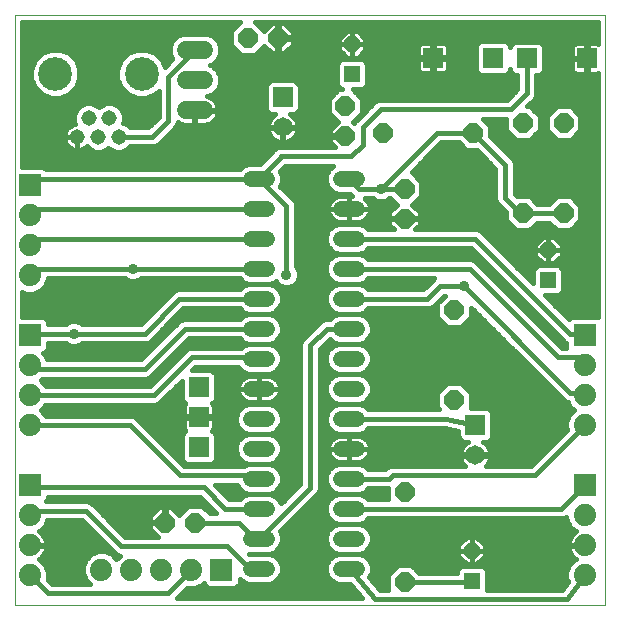
<source format=gbl>
G75*
G70*
%OFA0B0*%
%FSLAX24Y24*%
%IPPOS*%
%LPD*%
%AMOC8*
5,1,8,0,0,1.08239X$1,22.5*
%
%ADD10C,0.0000*%
%ADD11R,0.0740X0.0740*%
%ADD12C,0.0740*%
%ADD13C,0.0515*%
%ADD14C,0.1122*%
%ADD15C,0.0600*%
%ADD16R,0.0650X0.0650*%
%ADD17C,0.0650*%
%ADD18C,0.0520*%
%ADD19OC8,0.0650*%
%ADD20R,0.0650X0.0650*%
%ADD21R,0.0520X0.0520*%
%ADD22OC8,0.0520*%
%ADD23C,0.0160*%
%ADD24C,0.0356*%
%ADD25R,0.0472X0.0472*%
D10*
X000181Y000181D02*
X019866Y000181D01*
X019866Y019866D01*
X000181Y019866D01*
X000181Y000181D01*
D11*
X000681Y004181D03*
X000681Y009181D03*
X000681Y014181D03*
X007071Y001363D03*
X019181Y004181D03*
X019181Y009181D03*
D12*
X019181Y008181D03*
X019181Y007181D03*
X019181Y006181D03*
X019181Y003181D03*
X019181Y002181D03*
X019181Y001181D03*
X006071Y001363D03*
X005071Y001363D03*
X004071Y001363D03*
X003071Y001363D03*
X000681Y001181D03*
X000681Y002181D03*
X000681Y003181D03*
X000681Y006181D03*
X000681Y007181D03*
X000681Y008181D03*
X000681Y011181D03*
X000681Y012181D03*
X000681Y013181D03*
D13*
X002269Y015794D03*
X002969Y015794D03*
X002639Y016414D03*
X003329Y016414D03*
X003639Y015794D03*
D14*
X004406Y017894D03*
X001532Y017894D03*
D15*
X005881Y017681D02*
X006481Y017681D01*
X006481Y016681D02*
X005881Y016681D01*
X005881Y018681D02*
X006481Y018681D01*
D16*
X009107Y017107D03*
X015536Y006193D03*
D17*
X015536Y005193D03*
X009107Y016107D03*
D18*
X008579Y014394D02*
X008059Y014394D01*
X008059Y013394D02*
X008579Y013394D01*
X008579Y012394D02*
X008059Y012394D01*
X008059Y011394D02*
X008579Y011394D01*
X008579Y010394D02*
X008059Y010394D01*
X008059Y009394D02*
X008579Y009394D01*
X008579Y008394D02*
X008059Y008394D01*
X008059Y007394D02*
X008579Y007394D01*
X008579Y006394D02*
X008059Y006394D01*
X008059Y005394D02*
X008579Y005394D01*
X008579Y004394D02*
X008059Y004394D01*
X008059Y003394D02*
X008579Y003394D01*
X008579Y002394D02*
X008059Y002394D01*
X008059Y001394D02*
X008579Y001394D01*
X011059Y001394D02*
X011579Y001394D01*
X011579Y002394D02*
X011059Y002394D01*
X011059Y003394D02*
X011579Y003394D01*
X011579Y004394D02*
X011059Y004394D01*
X011059Y005394D02*
X011579Y005394D01*
X011579Y006394D02*
X011059Y006394D01*
X011059Y007394D02*
X011579Y007394D01*
X011579Y008394D02*
X011059Y008394D01*
X011059Y009394D02*
X011579Y009394D01*
X011579Y010394D02*
X011059Y010394D01*
X011059Y011394D02*
X011579Y011394D01*
X011579Y012394D02*
X011059Y012394D01*
X011059Y013394D02*
X011579Y013394D01*
X011579Y014394D02*
X011059Y014394D01*
D19*
X011205Y015823D03*
X011205Y016823D03*
X012461Y015929D03*
X013174Y014067D03*
X013174Y013067D03*
X015461Y015929D03*
X017111Y016248D03*
X018473Y016248D03*
X018473Y013248D03*
X017111Y013248D03*
X014835Y010016D03*
X014835Y007016D03*
X013174Y003945D03*
X013174Y000945D03*
X006193Y002937D03*
X005193Y002937D03*
X007949Y019079D03*
X008949Y019079D03*
D20*
X014122Y018422D03*
X016122Y018422D03*
X017248Y018406D03*
X019248Y018406D03*
X006311Y007449D03*
X006311Y006449D03*
X006311Y005449D03*
D21*
X015410Y001004D03*
X017969Y011012D03*
X011429Y017878D03*
D22*
X011429Y018878D03*
X017969Y012012D03*
X015410Y002004D03*
D23*
X015410Y002004D01*
X015850Y002004D01*
X015850Y001822D01*
X015592Y001564D01*
X015410Y001564D01*
X015410Y002004D01*
X015410Y002004D01*
X015850Y002004D01*
X015850Y002186D01*
X015592Y002444D01*
X015410Y002444D01*
X015410Y002005D01*
X015410Y002005D01*
X015410Y002444D01*
X015228Y002444D01*
X014970Y002186D01*
X014970Y002004D01*
X014970Y001822D01*
X015228Y001564D01*
X015410Y001564D01*
X015410Y002004D01*
X015409Y002004D02*
X014970Y002004D01*
X015409Y002004D01*
X015409Y002004D01*
X015410Y001925D02*
X015410Y001925D01*
X015410Y001767D02*
X015410Y001767D01*
X015410Y001608D02*
X015410Y001608D01*
X015636Y001608D02*
X018746Y001608D01*
X018664Y001527D02*
X018836Y001699D01*
X018883Y001718D01*
X018823Y001762D01*
X018762Y001823D01*
X018711Y001893D01*
X018672Y001970D01*
X018645Y002053D01*
X018631Y002138D01*
X018631Y002161D01*
X019161Y002161D01*
X019161Y002201D01*
X018631Y002201D01*
X018631Y002225D01*
X018645Y002310D01*
X018672Y002393D01*
X018711Y002470D01*
X018762Y002540D01*
X018823Y002601D01*
X018883Y002645D01*
X018836Y002664D01*
X018664Y002836D01*
X018571Y003060D01*
X018571Y003121D01*
X018458Y003074D01*
X018330Y003074D01*
X011966Y003074D01*
X011862Y002970D01*
X011679Y002894D01*
X011862Y002818D01*
X012003Y002677D01*
X012079Y002493D01*
X012079Y002295D01*
X012003Y002111D01*
X011862Y001970D01*
X011679Y001894D01*
X010960Y001894D01*
X010776Y001970D01*
X010635Y002111D01*
X010559Y002295D01*
X010559Y002493D01*
X010635Y002677D01*
X010776Y002818D01*
X010960Y002894D01*
X011679Y002894D01*
X010960Y002894D01*
X010776Y002970D01*
X010635Y003111D01*
X010559Y003295D01*
X010559Y003493D01*
X010635Y003677D01*
X010776Y003818D01*
X010960Y003894D01*
X011679Y003894D01*
X011862Y003818D01*
X011966Y003714D01*
X012609Y003714D01*
X012609Y004074D01*
X012598Y004074D01*
X011966Y004074D01*
X011862Y003970D01*
X011679Y003894D01*
X010960Y003894D01*
X010776Y003970D01*
X010635Y004111D01*
X010559Y004295D01*
X010559Y004493D01*
X010635Y004677D01*
X010776Y004818D01*
X010960Y004894D01*
X011679Y004894D01*
X011862Y004818D01*
X011966Y004714D01*
X012529Y004714D01*
X012599Y004783D01*
X012716Y004832D01*
X015183Y004832D01*
X015151Y004864D01*
X015104Y004929D01*
X015068Y004999D01*
X015043Y005075D01*
X015031Y005153D01*
X015031Y005165D01*
X015507Y005165D01*
X015507Y005221D01*
X015031Y005221D01*
X015031Y005233D01*
X015043Y005311D01*
X015068Y005387D01*
X015104Y005458D01*
X015151Y005522D01*
X015207Y005578D01*
X015271Y005625D01*
X015277Y005628D01*
X015163Y005628D01*
X015075Y005665D01*
X015007Y005732D01*
X014971Y005820D01*
X014971Y005981D01*
X014515Y006074D01*
X011966Y006074D01*
X011862Y005970D01*
X011679Y005894D01*
X010960Y005894D01*
X010776Y005970D01*
X010635Y006111D01*
X010559Y006295D01*
X010559Y006493D01*
X010635Y006677D01*
X010776Y006818D01*
X010960Y006894D01*
X011679Y006894D01*
X011862Y006970D01*
X012003Y007111D01*
X012079Y007295D01*
X012079Y007493D01*
X012003Y007677D01*
X011862Y007818D01*
X011679Y007894D01*
X010960Y007894D01*
X010776Y007818D01*
X010635Y007677D01*
X010559Y007493D01*
X010559Y007295D01*
X010635Y007111D01*
X010776Y006970D01*
X010960Y006894D01*
X011679Y006894D01*
X011862Y006818D01*
X011966Y006714D01*
X014338Y006714D01*
X014270Y006782D01*
X014270Y007250D01*
X014601Y007581D01*
X015069Y007581D01*
X015400Y007250D01*
X015400Y006782D01*
X015376Y006758D01*
X015908Y006758D01*
X015997Y006722D01*
X016064Y006654D01*
X016101Y006566D01*
X016101Y005820D01*
X016064Y005732D01*
X015997Y005665D01*
X015908Y005628D01*
X015794Y005628D01*
X015800Y005625D01*
X015865Y005578D01*
X015921Y005522D01*
X015968Y005458D01*
X016004Y005387D01*
X016028Y005311D01*
X016041Y005233D01*
X016041Y005221D01*
X015564Y005221D01*
X015564Y005165D01*
X016041Y005165D01*
X016041Y005153D01*
X016028Y005075D01*
X016004Y004999D01*
X015968Y004929D01*
X015921Y004864D01*
X015889Y004832D01*
X017380Y004832D01*
X018582Y006035D01*
X018571Y006060D01*
X018571Y006303D01*
X018664Y006527D01*
X018819Y006681D01*
X018664Y006836D01*
X018617Y006950D01*
X018504Y006997D01*
X018414Y007087D01*
X015400Y010101D01*
X015400Y009782D01*
X015069Y009451D01*
X014601Y009451D01*
X014270Y009782D01*
X014270Y010250D01*
X014512Y010491D01*
X014487Y010491D01*
X014119Y010123D01*
X014001Y010074D01*
X013874Y010074D01*
X011966Y010074D01*
X011862Y009970D01*
X011679Y009894D01*
X010960Y009894D01*
X010776Y009970D01*
X010635Y010111D01*
X010559Y010295D01*
X010559Y010493D01*
X010635Y010677D01*
X010776Y010818D01*
X010960Y010894D01*
X011679Y010894D01*
X011862Y010818D01*
X011966Y010714D01*
X013805Y010714D01*
X014083Y010993D01*
X014165Y011074D01*
X011966Y011074D01*
X011862Y010970D01*
X011679Y010894D01*
X010960Y010894D01*
X010776Y010970D01*
X010635Y011111D01*
X010559Y011295D01*
X010559Y011493D01*
X010635Y011677D01*
X010776Y011818D01*
X010960Y011894D01*
X011679Y011894D01*
X011862Y011818D01*
X011966Y011714D01*
X015283Y011714D01*
X015410Y011714D01*
X015528Y011665D01*
X018424Y008769D01*
X018571Y008769D01*
X018571Y008937D01*
X018504Y008965D01*
X018414Y009055D01*
X015395Y012074D01*
X011966Y012074D01*
X011862Y011970D01*
X011679Y011894D01*
X010960Y011894D01*
X010776Y011970D01*
X010635Y012111D01*
X010559Y012295D01*
X010559Y012493D01*
X010635Y012677D01*
X010776Y012818D01*
X010960Y012894D01*
X011679Y012894D01*
X011862Y012818D01*
X011966Y012714D01*
X012813Y012714D01*
X012669Y012858D01*
X012669Y013039D01*
X013145Y013039D01*
X013145Y013096D01*
X012669Y013096D01*
X012669Y013276D01*
X012917Y013525D01*
X012695Y013747D01*
X012665Y013747D01*
X012623Y013705D01*
X012469Y013641D01*
X012303Y013641D01*
X012149Y013705D01*
X012107Y013747D01*
X011841Y013747D01*
X011866Y013730D01*
X011915Y013681D01*
X011956Y013625D01*
X011987Y013563D01*
X012008Y013497D01*
X012019Y013429D01*
X012019Y013394D01*
X011320Y013394D01*
X011320Y013394D01*
X012019Y013394D01*
X012019Y013359D01*
X012008Y013291D01*
X011987Y013225D01*
X011956Y013163D01*
X011915Y013107D01*
X011866Y013058D01*
X011810Y013018D01*
X011748Y012986D01*
X011682Y012965D01*
X011614Y012954D01*
X011319Y012954D01*
X011319Y013394D01*
X011319Y013394D01*
X010619Y013394D01*
X010619Y013429D01*
X010630Y013497D01*
X010651Y013563D01*
X010683Y013625D01*
X010724Y013681D01*
X010773Y013730D01*
X010829Y013770D01*
X010890Y013802D01*
X010956Y013823D01*
X011025Y013834D01*
X011319Y013834D01*
X011319Y013394D01*
X010619Y013394D01*
X010619Y013359D01*
X010630Y013291D01*
X010651Y013225D01*
X010683Y013163D01*
X010724Y013107D01*
X010773Y013058D01*
X010829Y013018D01*
X010890Y012986D01*
X010956Y012965D01*
X011025Y012954D01*
X011319Y012954D01*
X011319Y013394D01*
X011319Y013394D01*
X011319Y013394D01*
X011319Y013834D01*
X011427Y013834D01*
X011367Y013894D01*
X010960Y013894D01*
X010776Y013970D01*
X010635Y014111D01*
X010559Y014295D01*
X010559Y014493D01*
X010635Y014677D01*
X010776Y014818D01*
X010786Y014822D01*
X009200Y014822D01*
X009018Y014641D01*
X009079Y014493D01*
X009079Y014295D01*
X009018Y014147D01*
X009508Y013658D01*
X009556Y013540D01*
X009556Y013413D01*
X009556Y011476D01*
X009591Y011442D01*
X009655Y011288D01*
X009655Y011122D01*
X009591Y010968D01*
X009473Y010851D01*
X009320Y010787D01*
X009153Y010787D01*
X009000Y010851D01*
X008882Y010968D01*
X008876Y010984D01*
X008862Y010970D01*
X008679Y010894D01*
X007960Y010894D01*
X007776Y010970D01*
X007672Y011074D01*
X004382Y011074D01*
X004355Y011047D01*
X004202Y010984D01*
X004035Y010984D01*
X003882Y011047D01*
X003855Y011074D01*
X001291Y011074D01*
X001291Y011060D01*
X001199Y010836D01*
X001027Y010664D01*
X000803Y010571D01*
X000560Y010571D01*
X000421Y010629D01*
X000421Y009791D01*
X001099Y009791D01*
X001187Y009755D01*
X001255Y009687D01*
X001291Y009599D01*
X001291Y009556D01*
X001879Y009556D01*
X001913Y009591D01*
X002067Y009655D01*
X002233Y009655D01*
X002387Y009591D01*
X002421Y009556D01*
X004380Y009556D01*
X005488Y010665D01*
X005606Y010714D01*
X005733Y010714D01*
X007672Y010714D01*
X007776Y010818D01*
X007960Y010894D01*
X008679Y010894D01*
X008862Y010818D01*
X009003Y010677D01*
X009079Y010493D01*
X009079Y010295D01*
X009003Y010111D01*
X008862Y009970D01*
X008679Y009894D01*
X007960Y009894D01*
X007776Y009970D01*
X007672Y010074D01*
X005802Y010074D01*
X004693Y008965D01*
X004576Y008917D01*
X004448Y008917D01*
X002421Y008917D01*
X002387Y008882D01*
X002233Y008818D01*
X002067Y008818D01*
X001913Y008882D01*
X001879Y008917D01*
X001291Y008917D01*
X001291Y008764D01*
X001255Y008675D01*
X001187Y008608D01*
X001138Y008587D01*
X001199Y008527D01*
X001261Y008375D01*
X004380Y008375D01*
X005669Y009665D01*
X005787Y009714D01*
X005914Y009714D01*
X007672Y009714D01*
X007776Y009818D01*
X007960Y009894D01*
X008679Y009894D01*
X008862Y009818D01*
X009003Y009677D01*
X009079Y009493D01*
X009079Y009295D01*
X009003Y009111D01*
X008862Y008970D01*
X008679Y008894D01*
X007960Y008894D01*
X007776Y008970D01*
X007672Y009074D01*
X005983Y009074D01*
X004783Y007874D01*
X004693Y007784D01*
X004576Y007735D01*
X001098Y007735D01*
X001044Y007681D01*
X001199Y007527D01*
X001209Y007501D01*
X004687Y007501D01*
X005816Y008630D01*
X005906Y008720D01*
X006023Y008769D01*
X007727Y008769D01*
X007776Y008818D01*
X007960Y008894D01*
X008679Y008894D01*
X008862Y008818D01*
X009003Y008677D01*
X009079Y008493D01*
X009079Y008295D01*
X009003Y008111D01*
X008862Y007970D01*
X008679Y007894D01*
X007960Y007894D01*
X007776Y007970D01*
X007635Y008111D01*
X007628Y008129D01*
X006219Y008129D01*
X006104Y008014D01*
X006684Y008014D01*
X006772Y007977D01*
X006840Y007910D01*
X006876Y007822D01*
X006876Y007077D01*
X006840Y006988D01*
X006772Y006921D01*
X006752Y006913D01*
X006780Y006884D01*
X006804Y006843D01*
X006816Y006798D01*
X006816Y006477D01*
X006340Y006477D01*
X006340Y006421D01*
X006816Y006421D01*
X006816Y006101D01*
X006804Y006055D01*
X006780Y006014D01*
X006752Y005986D01*
X006772Y005977D01*
X006840Y005910D01*
X006876Y005822D01*
X006876Y005077D01*
X006840Y004988D01*
X006772Y004921D01*
X006684Y004884D01*
X005939Y004884D01*
X005851Y004921D01*
X005783Y004988D01*
X005747Y005077D01*
X005747Y005822D01*
X005783Y005910D01*
X005851Y005977D01*
X005871Y005986D01*
X005842Y006014D01*
X005819Y006055D01*
X005807Y006101D01*
X005807Y006421D01*
X006283Y006421D01*
X006283Y006477D01*
X005807Y006477D01*
X005807Y006798D01*
X005819Y006843D01*
X005842Y006884D01*
X005871Y006913D01*
X005851Y006921D01*
X005783Y006988D01*
X005747Y007077D01*
X005747Y007656D01*
X005000Y006910D01*
X004883Y006861D01*
X004756Y006861D01*
X001209Y006861D01*
X001199Y006836D01*
X001044Y006681D01*
X001199Y006527D01*
X001209Y006501D01*
X004088Y006501D01*
X004205Y006453D01*
X004295Y006363D01*
X005826Y004832D01*
X007810Y004832D01*
X007960Y004894D01*
X008679Y004894D01*
X008862Y004970D01*
X009003Y005111D01*
X009079Y005295D01*
X009079Y005493D01*
X009003Y005677D01*
X008862Y005818D01*
X008679Y005894D01*
X007960Y005894D01*
X007776Y005818D01*
X007635Y005677D01*
X007559Y005493D01*
X007559Y005295D01*
X007635Y005111D01*
X007776Y004970D01*
X007960Y004894D01*
X008679Y004894D01*
X008862Y004818D01*
X009003Y004677D01*
X009079Y004493D01*
X009079Y004295D01*
X009003Y004111D01*
X008862Y003970D01*
X008679Y003894D01*
X007960Y003894D01*
X007776Y003970D01*
X007635Y004111D01*
X007602Y004192D01*
X006859Y004192D01*
X007338Y003714D01*
X007672Y003714D01*
X007776Y003818D01*
X007960Y003894D01*
X008679Y003894D01*
X008862Y003818D01*
X009003Y003677D01*
X009046Y003573D01*
X009704Y004231D01*
X009704Y008906D01*
X009753Y009024D01*
X009843Y009114D01*
X010394Y009665D01*
X010511Y009714D01*
X010639Y009714D01*
X010672Y009714D01*
X010776Y009818D01*
X010960Y009894D01*
X011679Y009894D01*
X011862Y009818D01*
X012003Y009677D01*
X012079Y009493D01*
X012079Y009295D01*
X012003Y009111D01*
X011862Y008970D01*
X011679Y008894D01*
X011862Y008818D01*
X012003Y008677D01*
X012079Y008493D01*
X012079Y008295D01*
X012003Y008111D01*
X011862Y007970D01*
X011679Y007894D01*
X010960Y007894D01*
X010776Y007970D01*
X010635Y008111D01*
X010559Y008295D01*
X010559Y008493D01*
X010635Y008677D01*
X010776Y008818D01*
X010960Y008894D01*
X011679Y008894D01*
X010960Y008894D01*
X010776Y008970D01*
X010690Y009056D01*
X010344Y008710D01*
X010344Y004162D01*
X010344Y004035D01*
X010295Y003917D01*
X009018Y002641D01*
X009079Y002493D01*
X009079Y002295D01*
X009003Y002111D01*
X008862Y001970D01*
X008679Y001894D01*
X007976Y001894D01*
X007976Y001894D01*
X008679Y001894D01*
X008862Y001818D01*
X009003Y001677D01*
X009079Y001493D01*
X009079Y001295D01*
X009003Y001111D01*
X008862Y000970D01*
X008679Y000894D01*
X007960Y000894D01*
X007776Y000970D01*
X007681Y001065D01*
X007681Y000945D01*
X007645Y000857D01*
X007577Y000789D01*
X007489Y000753D01*
X006653Y000753D01*
X006565Y000789D01*
X006498Y000857D01*
X006477Y000906D01*
X006417Y000845D01*
X006193Y000753D01*
X005950Y000753D01*
X005935Y000759D01*
X005598Y000421D01*
X011744Y000421D01*
X011362Y000894D01*
X010960Y000894D01*
X010776Y000970D01*
X010635Y001111D01*
X010559Y001295D01*
X010559Y001493D01*
X010635Y001677D01*
X010776Y001818D01*
X010960Y001894D01*
X011679Y001894D01*
X011862Y001818D01*
X012003Y001677D01*
X012079Y001493D01*
X012079Y001295D01*
X012005Y001116D01*
X012342Y000698D01*
X012622Y000698D01*
X012609Y000711D01*
X012609Y001179D01*
X012940Y001510D01*
X013407Y001510D01*
X013652Y001265D01*
X014910Y001265D01*
X014910Y001312D01*
X014946Y001400D01*
X015014Y001468D01*
X015102Y001504D01*
X015717Y001504D01*
X015806Y001468D01*
X015873Y001400D01*
X015910Y001312D01*
X015910Y000698D01*
X018416Y000698D01*
X018613Y000960D01*
X018571Y001060D01*
X018571Y001303D01*
X018664Y001527D01*
X018632Y001450D02*
X015824Y001450D01*
X015910Y001291D02*
X018571Y001291D01*
X018571Y001133D02*
X015910Y001133D01*
X015910Y000974D02*
X018607Y000974D01*
X018504Y000816D02*
X015910Y000816D01*
X015410Y001004D02*
X015351Y000945D01*
X013174Y000945D01*
X013626Y001291D02*
X014910Y001291D01*
X014996Y001450D02*
X013468Y001450D01*
X012879Y001450D02*
X012079Y001450D01*
X012078Y001291D02*
X012721Y001291D01*
X012609Y001133D02*
X012012Y001133D01*
X012120Y000974D02*
X012609Y000974D01*
X012609Y000816D02*
X012248Y000816D01*
X012189Y000378D02*
X018575Y000378D01*
X019181Y001181D01*
X018818Y001767D02*
X015795Y001767D01*
X015850Y001925D02*
X018695Y001925D01*
X018640Y002084D02*
X015850Y002084D01*
X015794Y002242D02*
X018634Y002242D01*
X018676Y002401D02*
X015635Y002401D01*
X015410Y002401D02*
X015410Y002401D01*
X015410Y002242D02*
X015410Y002242D01*
X015410Y002084D02*
X015410Y002084D01*
X015184Y002401D02*
X012079Y002401D01*
X012058Y002242D02*
X015026Y002242D01*
X014970Y002084D02*
X011976Y002084D01*
X011754Y001925D02*
X014970Y001925D01*
X015025Y001767D02*
X011913Y001767D01*
X012032Y001608D02*
X015183Y001608D01*
X012609Y003828D02*
X011838Y003828D01*
X011879Y003986D02*
X012609Y003986D01*
X012662Y004394D02*
X012780Y004512D01*
X017512Y004512D01*
X019181Y006181D01*
X018663Y006523D02*
X016101Y006523D01*
X016101Y006365D02*
X018597Y006365D01*
X018571Y006206D02*
X016101Y006206D01*
X016101Y006048D02*
X018577Y006048D01*
X018436Y005889D02*
X016101Y005889D01*
X016062Y005730D02*
X018278Y005730D01*
X018119Y005572D02*
X015871Y005572D01*
X015990Y005413D02*
X017961Y005413D01*
X017802Y005255D02*
X016037Y005255D01*
X016032Y005096D02*
X017644Y005096D01*
X017485Y004938D02*
X015972Y004938D01*
X015099Y004938D02*
X010344Y004938D01*
X010344Y005096D02*
X010735Y005096D01*
X010724Y005107D02*
X010773Y005058D01*
X010829Y005018D01*
X010890Y004986D01*
X010956Y004965D01*
X011025Y004954D01*
X011319Y004954D01*
X011319Y005394D01*
X011319Y005394D01*
X010619Y005394D01*
X010619Y005429D01*
X010630Y005497D01*
X010651Y005563D01*
X010683Y005625D01*
X010724Y005681D01*
X010773Y005730D01*
X010829Y005770D01*
X010890Y005802D01*
X010956Y005823D01*
X011025Y005834D01*
X011319Y005834D01*
X011319Y005394D01*
X010619Y005394D01*
X010619Y005359D01*
X010630Y005291D01*
X010651Y005225D01*
X010683Y005163D01*
X010724Y005107D01*
X010642Y005255D02*
X010344Y005255D01*
X010344Y005413D02*
X010619Y005413D01*
X010656Y005572D02*
X010344Y005572D01*
X010344Y005730D02*
X010774Y005730D01*
X010699Y006048D02*
X010344Y006048D01*
X010344Y006206D02*
X010596Y006206D01*
X010559Y006365D02*
X010344Y006365D01*
X010344Y006523D02*
X010572Y006523D01*
X010640Y006682D02*
X010344Y006682D01*
X010344Y006840D02*
X010830Y006840D01*
X010747Y006999D02*
X010344Y006999D01*
X010344Y007157D02*
X010616Y007157D01*
X010559Y007316D02*
X010344Y007316D01*
X010344Y007474D02*
X010559Y007474D01*
X010617Y007633D02*
X010344Y007633D01*
X010344Y007791D02*
X010750Y007791D01*
X010824Y007950D02*
X010344Y007950D01*
X010344Y008109D02*
X010638Y008109D01*
X010571Y008267D02*
X010344Y008267D01*
X010344Y008426D02*
X010559Y008426D01*
X010597Y008584D02*
X010344Y008584D01*
X010376Y008743D02*
X010701Y008743D01*
X010535Y008901D02*
X010942Y008901D01*
X010575Y009394D02*
X010024Y008843D01*
X010024Y004099D01*
X008319Y002394D01*
X008205Y002394D01*
X007662Y002937D01*
X006193Y002937D01*
X005810Y003352D02*
X005492Y003352D01*
X005402Y003442D02*
X005221Y003442D01*
X005221Y002966D01*
X005165Y002966D01*
X005165Y003442D01*
X004984Y003442D01*
X004688Y003146D01*
X004688Y002966D01*
X005165Y002966D01*
X005165Y002909D01*
X004688Y002909D01*
X004688Y002728D01*
X004947Y002470D01*
X003857Y002470D01*
X002815Y003512D01*
X002725Y003602D01*
X002607Y003651D01*
X001230Y003651D01*
X001255Y003675D01*
X001291Y003764D01*
X001291Y003798D01*
X006348Y003798D01*
X006889Y003257D01*
X006672Y003257D01*
X006427Y003502D01*
X005959Y003502D01*
X005651Y003194D01*
X005651Y003194D01*
X005402Y003442D01*
X005221Y003352D02*
X005165Y003352D01*
X005165Y003194D02*
X005221Y003194D01*
X005221Y003035D02*
X005165Y003035D01*
X004894Y003352D02*
X002975Y003352D01*
X003133Y003194D02*
X004736Y003194D01*
X004688Y003035D02*
X003292Y003035D01*
X003451Y002877D02*
X004688Y002877D01*
X004699Y002718D02*
X003609Y002718D01*
X003768Y002560D02*
X004857Y002560D01*
X003725Y002150D02*
X002544Y003331D01*
X000831Y003331D01*
X000681Y003181D01*
X001081Y002718D02*
X002704Y002718D01*
X002862Y002560D02*
X001081Y002560D01*
X001101Y002540D02*
X001040Y002601D01*
X000979Y002645D01*
X001027Y002664D01*
X001199Y002836D01*
X001271Y003011D01*
X002411Y003011D01*
X003543Y001879D01*
X003661Y001830D01*
X003676Y001830D01*
X003571Y001725D01*
X003417Y001880D01*
X003193Y001972D01*
X002950Y001972D01*
X002726Y001880D01*
X002554Y001708D01*
X002461Y001484D01*
X002461Y001241D01*
X002554Y001017D01*
X002676Y000895D01*
X001420Y000895D01*
X001281Y001035D01*
X001291Y001060D01*
X001291Y001303D01*
X001199Y001527D01*
X001027Y001699D01*
X000979Y001718D01*
X001040Y001762D01*
X001101Y001823D01*
X001152Y001893D01*
X001191Y001970D01*
X001218Y002053D01*
X001231Y002138D01*
X001231Y002161D01*
X000702Y002161D01*
X000702Y002201D01*
X001231Y002201D01*
X001231Y002225D01*
X001218Y002310D01*
X001191Y002393D01*
X001152Y002470D01*
X001101Y002540D01*
X001187Y002401D02*
X003021Y002401D01*
X003180Y002242D02*
X001229Y002242D01*
X001223Y002084D02*
X003338Y002084D01*
X003306Y001925D02*
X003497Y001925D01*
X003529Y001767D02*
X003613Y001767D01*
X003725Y002150D02*
X007268Y002150D01*
X008024Y001394D01*
X008319Y001394D01*
X008754Y001925D02*
X010884Y001925D01*
X010725Y001767D02*
X008913Y001767D01*
X009032Y001608D02*
X010607Y001608D01*
X010559Y001450D02*
X009079Y001450D01*
X009078Y001291D02*
X010561Y001291D01*
X010626Y001133D02*
X009012Y001133D01*
X008866Y000974D02*
X010772Y000974D01*
X011426Y000816D02*
X007604Y000816D01*
X007681Y000974D02*
X007772Y000974D01*
X006539Y000816D02*
X006345Y000816D01*
X005834Y000657D02*
X011553Y000657D01*
X011681Y000499D02*
X005675Y000499D01*
X005300Y000575D02*
X006071Y001347D01*
X006071Y001363D01*
X006193Y001512D01*
X005300Y000575D02*
X001288Y000575D01*
X000681Y001181D01*
X001117Y001608D02*
X002513Y001608D01*
X002461Y001450D02*
X001231Y001450D01*
X001291Y001291D02*
X002461Y001291D01*
X002506Y001133D02*
X001291Y001133D01*
X001341Y000974D02*
X002597Y000974D01*
X002613Y001767D02*
X001045Y001767D01*
X001168Y001925D02*
X002836Y001925D01*
X002545Y002877D02*
X001215Y002877D01*
X001249Y003669D02*
X006477Y003669D01*
X006636Y003511D02*
X002816Y003511D01*
X000744Y004118D02*
X000681Y004181D01*
X000744Y004118D02*
X006481Y004118D01*
X007205Y003394D01*
X008319Y003394D01*
X007800Y003828D02*
X007224Y003828D01*
X007065Y003986D02*
X007760Y003986D01*
X007621Y004145D02*
X006907Y004145D01*
X006794Y003352D02*
X006577Y003352D01*
X005693Y004512D02*
X004024Y006181D01*
X000681Y006181D01*
X001200Y006523D02*
X005807Y006523D01*
X005807Y006365D02*
X004293Y006365D01*
X004452Y006206D02*
X005807Y006206D01*
X005823Y006048D02*
X004610Y006048D01*
X004769Y005889D02*
X005774Y005889D01*
X005747Y005730D02*
X004927Y005730D01*
X005086Y005572D02*
X005747Y005572D01*
X005747Y005413D02*
X005245Y005413D01*
X005403Y005255D02*
X005747Y005255D01*
X005747Y005096D02*
X005562Y005096D01*
X005720Y004938D02*
X005834Y004938D01*
X005693Y004512D02*
X008201Y004512D01*
X008319Y004394D01*
X008879Y003986D02*
X009459Y003986D01*
X009301Y003828D02*
X008838Y003828D01*
X009006Y003669D02*
X009142Y003669D01*
X009017Y004145D02*
X009618Y004145D01*
X009704Y004304D02*
X009079Y004304D01*
X009079Y004462D02*
X009704Y004462D01*
X009704Y004621D02*
X009027Y004621D01*
X008901Y004779D02*
X009704Y004779D01*
X009704Y004938D02*
X008784Y004938D01*
X008989Y005096D02*
X009704Y005096D01*
X009704Y005255D02*
X009063Y005255D01*
X009079Y005413D02*
X009704Y005413D01*
X009704Y005572D02*
X009047Y005572D01*
X008950Y005730D02*
X009704Y005730D01*
X009704Y005889D02*
X008691Y005889D01*
X008679Y005894D02*
X008862Y005970D01*
X009003Y006111D01*
X009079Y006295D01*
X009079Y006493D01*
X009003Y006677D01*
X008862Y006818D01*
X008679Y006894D01*
X007960Y006894D01*
X007776Y006818D01*
X007635Y006677D01*
X007559Y006493D01*
X007559Y006295D01*
X007635Y006111D01*
X007776Y005970D01*
X007960Y005894D01*
X008679Y005894D01*
X008940Y006048D02*
X009704Y006048D01*
X009704Y006206D02*
X009043Y006206D01*
X009079Y006365D02*
X009704Y006365D01*
X009704Y006523D02*
X009067Y006523D01*
X008999Y006682D02*
X009704Y006682D01*
X009704Y006840D02*
X008808Y006840D01*
X008748Y006986D02*
X008810Y007018D01*
X008866Y007058D01*
X008915Y007107D01*
X008956Y007163D01*
X008987Y007225D01*
X009008Y007291D01*
X009019Y007359D01*
X009019Y007394D01*
X009019Y007429D01*
X009008Y007497D01*
X008987Y007563D01*
X008956Y007625D01*
X008915Y007681D01*
X008866Y007730D01*
X008810Y007770D01*
X008748Y007802D01*
X008682Y007823D01*
X008614Y007834D01*
X008319Y007834D01*
X008025Y007834D01*
X007956Y007823D01*
X007890Y007802D01*
X007829Y007770D01*
X007773Y007730D01*
X007724Y007681D01*
X007683Y007625D01*
X007651Y007563D01*
X007630Y007497D01*
X007619Y007429D01*
X007619Y007394D01*
X008319Y007394D01*
X008319Y007394D01*
X007619Y007394D01*
X007619Y007359D01*
X007630Y007291D01*
X007651Y007225D01*
X007683Y007163D01*
X007724Y007107D01*
X007773Y007058D01*
X007829Y007018D01*
X007890Y006986D01*
X007956Y006965D01*
X008025Y006954D01*
X008319Y006954D01*
X008319Y007394D01*
X008319Y007834D01*
X008319Y007394D01*
X008319Y007394D01*
X008319Y007394D01*
X008319Y006954D01*
X008614Y006954D01*
X008682Y006965D01*
X008748Y006986D01*
X008773Y006999D02*
X009704Y006999D01*
X009704Y007157D02*
X008951Y007157D01*
X009012Y007316D02*
X009704Y007316D01*
X009704Y007474D02*
X009012Y007474D01*
X009019Y007394D02*
X008320Y007394D01*
X008320Y007394D01*
X009019Y007394D01*
X008949Y007633D02*
X009704Y007633D01*
X009704Y007791D02*
X008768Y007791D01*
X008814Y007950D02*
X009704Y007950D01*
X009704Y008109D02*
X009001Y008109D01*
X009068Y008267D02*
X009704Y008267D01*
X009704Y008426D02*
X009079Y008426D01*
X009042Y008584D02*
X009704Y008584D01*
X009704Y008743D02*
X008938Y008743D01*
X008696Y008901D02*
X009704Y008901D01*
X009788Y009060D02*
X008952Y009060D01*
X009048Y009218D02*
X009947Y009218D01*
X010105Y009377D02*
X009079Y009377D01*
X009062Y009535D02*
X010264Y009535D01*
X010463Y009694D02*
X008986Y009694D01*
X008779Y009853D02*
X010860Y009853D01*
X010735Y010011D02*
X008903Y010011D01*
X009027Y010170D02*
X010611Y010170D01*
X010559Y010328D02*
X009079Y010328D01*
X009079Y010487D02*
X010559Y010487D01*
X010622Y010645D02*
X009016Y010645D01*
X009113Y010804D02*
X008876Y010804D01*
X008888Y010962D02*
X008844Y010962D01*
X009237Y011205D02*
X009237Y013477D01*
X008319Y014394D01*
X009040Y015114D01*
X009067Y015142D01*
X011402Y015142D01*
X011796Y015536D01*
X011796Y016126D01*
X012386Y016717D01*
X016717Y016717D01*
X017248Y017248D01*
X017248Y018406D01*
X017813Y018414D02*
X019220Y018414D01*
X019220Y018434D02*
X019220Y018377D01*
X019277Y018377D01*
X019277Y017901D01*
X019597Y017901D01*
X019626Y017909D01*
X019626Y009780D01*
X019599Y009791D01*
X018764Y009791D01*
X018675Y009755D01*
X018648Y009727D01*
X017862Y010512D01*
X018277Y010512D01*
X018365Y010549D01*
X018432Y010616D01*
X018469Y010704D01*
X018469Y011320D01*
X018432Y011408D01*
X018365Y011476D01*
X018277Y011512D01*
X017661Y011512D01*
X017573Y011476D01*
X017505Y011408D01*
X017469Y011320D01*
X017469Y010906D01*
X015709Y012665D01*
X015592Y012714D01*
X015464Y012714D01*
X013534Y012714D01*
X013678Y012858D01*
X013678Y013039D01*
X013202Y013039D01*
X013202Y013096D01*
X013678Y013096D01*
X013678Y013276D01*
X013430Y013525D01*
X013738Y013833D01*
X013738Y014301D01*
X013409Y014630D01*
X014389Y015609D01*
X014982Y015609D01*
X015227Y015365D01*
X015573Y015365D01*
X016200Y014738D01*
X016200Y013700D01*
X016249Y013583D01*
X016339Y013493D01*
X016546Y013286D01*
X016546Y013014D01*
X016877Y012684D01*
X017344Y012684D01*
X017589Y012928D01*
X017994Y012928D01*
X018239Y012684D01*
X018707Y012684D01*
X019038Y013014D01*
X019038Y013482D01*
X018707Y013813D01*
X018239Y013813D01*
X017994Y013568D01*
X017589Y013568D01*
X017344Y013813D01*
X016924Y013813D01*
X016840Y013897D01*
X016840Y014807D01*
X016840Y014934D01*
X016791Y015052D01*
X016026Y015817D01*
X016026Y016163D01*
X015792Y016397D01*
X016546Y016397D01*
X016546Y016014D01*
X016877Y015684D01*
X017344Y015684D01*
X017675Y016014D01*
X017675Y016482D01*
X017344Y016813D01*
X017266Y016813D01*
X017520Y017067D01*
X017568Y017185D01*
X017568Y017312D01*
X017568Y017841D01*
X017621Y017841D01*
X017709Y017878D01*
X017777Y017945D01*
X017813Y018033D01*
X017813Y018778D01*
X017777Y018867D01*
X017709Y018934D01*
X017621Y018971D01*
X016876Y018971D01*
X016788Y018934D01*
X016720Y018867D01*
X016687Y018787D01*
X016687Y018794D01*
X016651Y018882D01*
X016583Y018950D01*
X016495Y018986D01*
X015750Y018986D01*
X015662Y018950D01*
X015594Y018882D01*
X015558Y018794D01*
X015558Y018049D01*
X015594Y017961D01*
X015662Y017893D01*
X015750Y017857D01*
X016495Y017857D01*
X016583Y017893D01*
X016651Y017961D01*
X016684Y018040D01*
X016684Y018033D01*
X016720Y017945D01*
X016788Y017878D01*
X016876Y017841D01*
X016928Y017841D01*
X016928Y017381D01*
X016584Y017037D01*
X012450Y017037D01*
X012322Y017037D01*
X012205Y016988D01*
X011614Y016398D01*
X011524Y016308D01*
X011498Y016244D01*
X011461Y016281D01*
X011770Y016589D01*
X011770Y017057D01*
X011449Y017378D01*
X011737Y017378D01*
X011825Y017415D01*
X011893Y017482D01*
X011929Y017571D01*
X011929Y018186D01*
X011893Y018274D01*
X011825Y018342D01*
X011737Y018378D01*
X011122Y018378D01*
X011033Y018342D01*
X010966Y018274D01*
X010929Y018186D01*
X010929Y017571D01*
X010966Y017482D01*
X011033Y017415D01*
X011099Y017388D01*
X010971Y017388D01*
X010640Y017057D01*
X010640Y016589D01*
X010949Y016281D01*
X010700Y016032D01*
X010700Y015851D01*
X011176Y015851D01*
X011176Y015795D01*
X010700Y015795D01*
X010700Y015614D01*
X010852Y015462D01*
X009131Y015462D01*
X009004Y015462D01*
X008976Y015462D01*
X008858Y015413D01*
X008768Y015323D01*
X008749Y015276D01*
X008367Y014894D01*
X007960Y014894D01*
X007776Y014818D01*
X007672Y014714D01*
X001228Y014714D01*
X001187Y014755D01*
X001099Y014791D01*
X000421Y014791D01*
X000421Y019626D01*
X007698Y019626D01*
X007384Y019313D01*
X007384Y018845D01*
X007715Y018514D01*
X008183Y018514D01*
X008492Y018823D01*
X008740Y018574D01*
X008921Y018574D01*
X008921Y019051D01*
X008977Y019051D01*
X008977Y018574D01*
X009158Y018574D01*
X009454Y018870D01*
X009454Y019051D01*
X008978Y019051D01*
X008978Y019107D01*
X009454Y019107D01*
X009454Y019288D01*
X009158Y019584D01*
X008977Y019584D01*
X008977Y019108D01*
X008921Y019108D01*
X008921Y019584D01*
X008740Y019584D01*
X008492Y019335D01*
X008200Y019626D01*
X019626Y019626D01*
X019626Y018903D01*
X019597Y018911D01*
X019277Y018911D01*
X019277Y018434D01*
X019220Y018434D01*
X018744Y018434D01*
X018744Y018754D01*
X018756Y018800D01*
X018779Y018841D01*
X018813Y018875D01*
X018854Y018898D01*
X018900Y018911D01*
X019220Y018911D01*
X019220Y018434D01*
X019220Y018377D02*
X018744Y018377D01*
X018744Y018057D01*
X018756Y018012D01*
X018779Y017970D01*
X018813Y017937D01*
X018854Y017913D01*
X018900Y017901D01*
X019220Y017901D01*
X019220Y018377D01*
X019220Y018255D02*
X019277Y018255D01*
X019277Y018097D02*
X019220Y018097D01*
X019220Y017938D02*
X019277Y017938D01*
X019626Y017780D02*
X017568Y017780D01*
X017568Y017621D02*
X019626Y017621D01*
X019626Y017463D02*
X017568Y017463D01*
X017568Y017304D02*
X019626Y017304D01*
X019626Y017146D02*
X017552Y017146D01*
X017440Y016987D02*
X019626Y016987D01*
X019626Y016828D02*
X017281Y016828D01*
X017488Y016670D02*
X018096Y016670D01*
X018239Y016813D02*
X017908Y016482D01*
X017908Y016014D01*
X018239Y015684D01*
X018707Y015684D01*
X019038Y016014D01*
X019038Y016482D01*
X018707Y016813D01*
X018239Y016813D01*
X017937Y016511D02*
X017646Y016511D01*
X017675Y016353D02*
X017908Y016353D01*
X017908Y016194D02*
X017675Y016194D01*
X017675Y016036D02*
X017908Y016036D01*
X018045Y015877D02*
X017538Y015877D01*
X017380Y015719D02*
X018204Y015719D01*
X018742Y015719D02*
X019626Y015719D01*
X019626Y015877D02*
X018900Y015877D01*
X019038Y016036D02*
X019626Y016036D01*
X019626Y016194D02*
X019038Y016194D01*
X019038Y016353D02*
X019626Y016353D01*
X019626Y016511D02*
X019008Y016511D01*
X018850Y016670D02*
X019626Y016670D01*
X019626Y015560D02*
X016283Y015560D01*
X016441Y015402D02*
X019626Y015402D01*
X019626Y015243D02*
X016600Y015243D01*
X016758Y015084D02*
X019626Y015084D01*
X019626Y014926D02*
X016840Y014926D01*
X016840Y014767D02*
X019626Y014767D01*
X019626Y014609D02*
X016840Y014609D01*
X016840Y014450D02*
X019626Y014450D01*
X019626Y014292D02*
X016840Y014292D01*
X016840Y014133D02*
X019626Y014133D01*
X019626Y013975D02*
X016840Y013975D01*
X016920Y013816D02*
X019626Y013816D01*
X019626Y013658D02*
X018862Y013658D01*
X019021Y013499D02*
X019626Y013499D01*
X019626Y013341D02*
X019038Y013341D01*
X019038Y013182D02*
X019626Y013182D01*
X019626Y013023D02*
X019038Y013023D01*
X018888Y012865D02*
X019626Y012865D01*
X019626Y012706D02*
X018729Y012706D01*
X018216Y012706D02*
X017367Y012706D01*
X017526Y012865D02*
X018057Y012865D01*
X017969Y012452D02*
X017969Y012013D01*
X017969Y012013D01*
X017969Y012452D01*
X018151Y012452D01*
X018409Y012194D01*
X018409Y012012D01*
X017969Y012012D01*
X017969Y012012D01*
X018409Y012012D01*
X018409Y011830D01*
X018151Y011572D01*
X017969Y011572D01*
X017969Y012012D01*
X017969Y012012D01*
X017969Y011572D01*
X017787Y011572D01*
X017529Y011830D01*
X017529Y012012D01*
X017968Y012012D01*
X017968Y012012D01*
X017529Y012012D01*
X017529Y012194D01*
X017787Y012452D01*
X017969Y012452D01*
X017969Y012389D02*
X017969Y012389D01*
X017969Y012231D02*
X017969Y012231D01*
X017969Y012072D02*
X017969Y012072D01*
X017969Y011914D02*
X017969Y011914D01*
X017969Y011755D02*
X017969Y011755D01*
X017969Y011597D02*
X017969Y011597D01*
X018175Y011597D02*
X019626Y011597D01*
X019626Y011755D02*
X018334Y011755D01*
X018409Y011914D02*
X019626Y011914D01*
X019626Y012072D02*
X018409Y012072D01*
X018372Y012231D02*
X019626Y012231D01*
X019626Y012389D02*
X018214Y012389D01*
X017724Y012389D02*
X015985Y012389D01*
X016144Y012231D02*
X017565Y012231D01*
X017529Y012072D02*
X016302Y012072D01*
X016461Y011914D02*
X017529Y011914D01*
X017604Y011755D02*
X016619Y011755D01*
X016778Y011597D02*
X017762Y011597D01*
X017535Y011438D02*
X016936Y011438D01*
X017095Y011279D02*
X017469Y011279D01*
X017469Y011121D02*
X017254Y011121D01*
X017412Y010962D02*
X017469Y010962D01*
X017888Y010487D02*
X019626Y010487D01*
X019626Y010645D02*
X018444Y010645D01*
X018469Y010804D02*
X019626Y010804D01*
X019626Y010962D02*
X018469Y010962D01*
X018469Y011121D02*
X019626Y011121D01*
X019626Y011279D02*
X018469Y011279D01*
X018402Y011438D02*
X019626Y011438D01*
X019626Y012548D02*
X015827Y012548D01*
X015610Y012706D02*
X016854Y012706D01*
X016695Y012865D02*
X013678Y012865D01*
X013678Y013023D02*
X016546Y013023D01*
X016546Y013182D02*
X013678Y013182D01*
X013614Y013341D02*
X016491Y013341D01*
X016332Y013499D02*
X013456Y013499D01*
X013563Y013658D02*
X016218Y013658D01*
X016200Y013816D02*
X013721Y013816D01*
X013738Y013975D02*
X016200Y013975D01*
X016200Y014133D02*
X013738Y014133D01*
X013738Y014292D02*
X016200Y014292D01*
X016200Y014450D02*
X013589Y014450D01*
X013431Y014609D02*
X016200Y014609D01*
X016170Y014767D02*
X013547Y014767D01*
X013705Y014926D02*
X016012Y014926D01*
X015853Y015084D02*
X013864Y015084D01*
X014022Y015243D02*
X015695Y015243D01*
X016124Y015719D02*
X016841Y015719D01*
X016683Y015877D02*
X016026Y015877D01*
X016026Y016036D02*
X016546Y016036D01*
X016546Y016194D02*
X015995Y016194D01*
X015836Y016353D02*
X016546Y016353D01*
X016693Y017146D02*
X011681Y017146D01*
X011770Y016987D02*
X012204Y016987D01*
X012045Y016828D02*
X011770Y016828D01*
X011770Y016670D02*
X011887Y016670D01*
X011728Y016511D02*
X011692Y016511D01*
X011614Y016398D02*
X011614Y016398D01*
X011570Y016353D02*
X011533Y016353D01*
X010877Y016353D02*
X009548Y016353D01*
X009539Y016371D02*
X009492Y016436D01*
X009436Y016492D01*
X009371Y016539D01*
X009365Y016542D01*
X009479Y016542D01*
X009568Y016578D01*
X009635Y016646D01*
X009672Y016734D01*
X009672Y017479D01*
X009635Y017568D01*
X009568Y017635D01*
X009479Y017672D01*
X008734Y017672D01*
X008646Y017635D01*
X008578Y017568D01*
X008542Y017479D01*
X008542Y016734D01*
X008578Y016646D01*
X008646Y016578D01*
X008734Y016542D01*
X008848Y016542D01*
X008842Y016539D01*
X008778Y016492D01*
X008721Y016436D01*
X008675Y016371D01*
X008639Y016300D01*
X008614Y016225D01*
X008602Y016146D01*
X008602Y016135D01*
X009078Y016135D01*
X009078Y016078D01*
X008602Y016078D01*
X008602Y016067D01*
X008614Y015988D01*
X008639Y015913D01*
X008675Y015842D01*
X008721Y015778D01*
X008778Y015721D01*
X008842Y015675D01*
X008913Y015639D01*
X008988Y015614D01*
X009067Y015602D01*
X009078Y015602D01*
X009078Y016078D01*
X009135Y016078D01*
X009135Y015602D01*
X009146Y015602D01*
X009225Y015614D01*
X009300Y015639D01*
X009371Y015675D01*
X009436Y015721D01*
X009492Y015778D01*
X009539Y015842D01*
X009575Y015913D01*
X009599Y015988D01*
X009612Y016067D01*
X009612Y016078D01*
X009135Y016078D01*
X009135Y016135D01*
X009612Y016135D01*
X009612Y016146D01*
X009599Y016225D01*
X009575Y016300D01*
X009539Y016371D01*
X009604Y016194D02*
X010862Y016194D01*
X010704Y016036D02*
X009607Y016036D01*
X009556Y015877D02*
X010700Y015877D01*
X010700Y015719D02*
X009432Y015719D01*
X009135Y015719D02*
X009078Y015719D01*
X009078Y015877D02*
X009135Y015877D01*
X009135Y016036D02*
X009078Y016036D01*
X008781Y015719D02*
X005148Y015719D01*
X005306Y015877D02*
X008657Y015877D01*
X008607Y016036D02*
X005465Y016036D01*
X005481Y016052D02*
X005571Y016142D01*
X005619Y016259D01*
X005619Y016278D01*
X005630Y016271D01*
X005697Y016237D01*
X005769Y016213D01*
X005844Y016201D01*
X006161Y016201D01*
X006161Y016661D01*
X006201Y016661D01*
X006201Y016201D01*
X006519Y016201D01*
X006594Y016213D01*
X006666Y016237D01*
X006733Y016271D01*
X006794Y016315D01*
X006848Y016369D01*
X006892Y016430D01*
X006926Y016497D01*
X006950Y016569D01*
X006961Y016644D01*
X006961Y016661D01*
X006202Y016661D01*
X006202Y016701D01*
X006961Y016701D01*
X006961Y016719D01*
X006950Y016794D01*
X006926Y016866D01*
X006892Y016933D01*
X006848Y016994D01*
X006794Y017048D01*
X006733Y017092D01*
X006666Y017126D01*
X006602Y017147D01*
X006787Y017224D01*
X006939Y017376D01*
X007021Y017574D01*
X007021Y017789D01*
X006939Y017987D01*
X006787Y018139D01*
X006685Y018181D01*
X006787Y018224D01*
X006939Y018376D01*
X007021Y018574D01*
X007021Y018789D01*
X006939Y018987D01*
X006787Y019139D01*
X006589Y019221D01*
X005774Y019221D01*
X005576Y019139D01*
X005424Y018987D01*
X005341Y018789D01*
X005341Y018574D01*
X005423Y018376D01*
X005176Y018128D01*
X005085Y018348D01*
X004860Y018573D01*
X004565Y018695D01*
X004246Y018695D01*
X003952Y018573D01*
X003727Y018348D01*
X003605Y018053D01*
X003605Y017735D01*
X003727Y017440D01*
X003952Y017215D01*
X004246Y017093D01*
X004565Y017093D01*
X004860Y017215D01*
X004980Y017335D01*
X004980Y016456D01*
X004638Y016114D01*
X004022Y016114D01*
X003921Y016216D01*
X003805Y016264D01*
X003826Y016315D01*
X003826Y016513D01*
X003751Y016696D01*
X003611Y016836D01*
X003428Y016911D01*
X003230Y016911D01*
X003047Y016836D01*
X002984Y016772D01*
X002921Y016836D01*
X002738Y016911D01*
X002540Y016911D01*
X002357Y016836D01*
X002217Y016696D01*
X002141Y016513D01*
X002141Y016315D01*
X002180Y016223D01*
X002166Y016221D01*
X002101Y016199D01*
X002040Y016168D01*
X001984Y016128D01*
X001935Y016079D01*
X001895Y016023D01*
X001863Y015962D01*
X001842Y015896D01*
X001831Y015828D01*
X001831Y015794D01*
X002268Y015794D01*
X002268Y015794D01*
X001831Y015794D01*
X001831Y015760D01*
X001842Y015692D01*
X001863Y015626D01*
X001895Y015565D01*
X001935Y015509D01*
X001984Y015460D01*
X002040Y015420D01*
X002101Y015389D01*
X002166Y015367D01*
X002234Y015357D01*
X002269Y015357D01*
X002303Y015357D01*
X002371Y015367D01*
X002437Y015389D01*
X002498Y015420D01*
X002554Y015460D01*
X002576Y015483D01*
X002687Y015372D01*
X002870Y015297D01*
X003068Y015297D01*
X003251Y015372D01*
X003304Y015426D01*
X003357Y015372D01*
X003540Y015297D01*
X003738Y015297D01*
X003921Y015372D01*
X004022Y015474D01*
X004707Y015474D01*
X004834Y015474D01*
X004952Y015523D01*
X005481Y016052D01*
X005592Y016194D02*
X008609Y016194D01*
X008665Y016353D02*
X006832Y016353D01*
X006931Y016511D02*
X008805Y016511D01*
X008568Y016670D02*
X006202Y016670D01*
X006201Y016511D02*
X006161Y016511D01*
X006161Y016353D02*
X006201Y016353D01*
X006938Y016828D02*
X008542Y016828D01*
X008542Y016987D02*
X006853Y016987D01*
X006606Y017146D02*
X008542Y017146D01*
X008542Y017304D02*
X006868Y017304D01*
X006975Y017463D02*
X008542Y017463D01*
X008632Y017621D02*
X007021Y017621D01*
X007021Y017780D02*
X010929Y017780D01*
X010929Y017938D02*
X006959Y017938D01*
X006830Y018097D02*
X010929Y018097D01*
X010958Y018255D02*
X006819Y018255D01*
X006955Y018414D02*
X014094Y018414D01*
X014094Y018393D02*
X013618Y018393D01*
X013618Y018073D01*
X013630Y018027D01*
X013654Y017986D01*
X013687Y017953D01*
X013728Y017929D01*
X013774Y017917D01*
X014094Y017917D01*
X014094Y018393D01*
X014151Y018393D01*
X014151Y018450D01*
X014627Y018450D01*
X014627Y018770D01*
X014615Y018816D01*
X014591Y018857D01*
X014558Y018890D01*
X014517Y018914D01*
X014471Y018926D01*
X014151Y018926D01*
X014151Y018450D01*
X014094Y018450D01*
X014094Y018926D01*
X013774Y018926D01*
X013728Y018914D01*
X013687Y018890D01*
X013654Y018857D01*
X013630Y018816D01*
X013618Y018770D01*
X013618Y018450D01*
X014094Y018450D01*
X014094Y018393D01*
X014151Y018393D02*
X014151Y017917D01*
X014471Y017917D01*
X014517Y017929D01*
X014558Y017953D01*
X014591Y017986D01*
X014615Y018027D01*
X014627Y018073D01*
X014627Y018393D01*
X014151Y018393D01*
X014151Y018414D02*
X015558Y018414D01*
X015558Y018572D02*
X014627Y018572D01*
X014627Y018731D02*
X015558Y018731D01*
X015601Y018890D02*
X014559Y018890D01*
X014151Y018890D02*
X014094Y018890D01*
X014094Y018731D02*
X014151Y018731D01*
X014151Y018572D02*
X014094Y018572D01*
X014094Y018255D02*
X014151Y018255D01*
X014151Y018097D02*
X014094Y018097D01*
X014094Y017938D02*
X014151Y017938D01*
X014533Y017938D02*
X015617Y017938D01*
X015558Y018097D02*
X014627Y018097D01*
X014627Y018255D02*
X015558Y018255D01*
X016628Y017938D02*
X016727Y017938D01*
X016928Y017780D02*
X011929Y017780D01*
X011929Y017938D02*
X013712Y017938D01*
X013618Y018097D02*
X011929Y018097D01*
X011901Y018255D02*
X013618Y018255D01*
X013618Y018572D02*
X011746Y018572D01*
X011869Y018696D02*
X011612Y018438D01*
X011430Y018438D01*
X011430Y018878D01*
X011430Y018878D01*
X011869Y018878D01*
X011869Y018696D01*
X011869Y018731D02*
X013618Y018731D01*
X013686Y018890D02*
X011869Y018890D01*
X011869Y018878D02*
X011869Y019060D01*
X011612Y019318D01*
X011430Y019318D01*
X011430Y018879D01*
X011429Y018879D01*
X011429Y019318D01*
X011247Y019318D01*
X010989Y019060D01*
X010989Y018878D01*
X010989Y018696D01*
X011247Y018438D01*
X011429Y018438D01*
X011429Y018878D01*
X010989Y018878D01*
X011429Y018878D01*
X011429Y018878D01*
X011430Y018878D01*
X011869Y018878D01*
X011869Y019048D02*
X019626Y019048D01*
X019626Y019207D02*
X011723Y019207D01*
X011430Y019207D02*
X011429Y019207D01*
X011429Y019048D02*
X011430Y019048D01*
X011429Y018890D02*
X011430Y018890D01*
X011429Y018731D02*
X011430Y018731D01*
X011429Y018572D02*
X011430Y018572D01*
X011113Y018572D02*
X008241Y018572D01*
X008400Y018731D02*
X008583Y018731D01*
X008921Y018731D02*
X008977Y018731D01*
X008977Y018890D02*
X008921Y018890D01*
X008921Y019048D02*
X008977Y019048D01*
X008977Y019207D02*
X008921Y019207D01*
X008921Y019365D02*
X008977Y019365D01*
X008977Y019524D02*
X008921Y019524D01*
X008680Y019524D02*
X008303Y019524D01*
X008462Y019365D02*
X008521Y019365D01*
X009218Y019524D02*
X019626Y019524D01*
X019626Y019365D02*
X009377Y019365D01*
X009454Y019207D02*
X011136Y019207D01*
X010989Y019048D02*
X009454Y019048D01*
X009454Y018890D02*
X010989Y018890D01*
X010989Y018731D02*
X009315Y018731D01*
X009581Y017621D02*
X010929Y017621D01*
X010986Y017463D02*
X009672Y017463D01*
X009672Y017304D02*
X010887Y017304D01*
X010729Y017146D02*
X009672Y017146D01*
X009672Y016987D02*
X010640Y016987D01*
X010640Y016828D02*
X009672Y016828D01*
X009645Y016670D02*
X010640Y016670D01*
X010718Y016511D02*
X009409Y016511D01*
X008847Y015402D02*
X003950Y015402D01*
X003639Y015794D02*
X004770Y015794D01*
X005300Y016323D01*
X005300Y017800D01*
X006181Y018681D01*
X005738Y019207D02*
X000421Y019207D01*
X000421Y019365D02*
X007437Y019365D01*
X007384Y019207D02*
X006624Y019207D01*
X006878Y019048D02*
X007384Y019048D01*
X007384Y018890D02*
X006980Y018890D01*
X007021Y018731D02*
X007498Y018731D01*
X007657Y018572D02*
X007021Y018572D01*
X007595Y019524D02*
X000421Y019524D01*
X000421Y019048D02*
X005484Y019048D01*
X005383Y018890D02*
X000421Y018890D01*
X000421Y018731D02*
X005341Y018731D01*
X005342Y018572D02*
X004860Y018572D01*
X005019Y018414D02*
X005408Y018414D01*
X005303Y018255D02*
X005123Y018255D01*
X004980Y017304D02*
X004949Y017304D01*
X004980Y017146D02*
X004692Y017146D01*
X004980Y016987D02*
X000421Y016987D01*
X000421Y016828D02*
X002350Y016828D01*
X002206Y016670D02*
X000421Y016670D01*
X000421Y016511D02*
X002141Y016511D01*
X002141Y016353D02*
X000421Y016353D01*
X000421Y016194D02*
X002091Y016194D01*
X001904Y016036D02*
X000421Y016036D01*
X000421Y015877D02*
X001839Y015877D01*
X001838Y015719D02*
X000421Y015719D01*
X000421Y015560D02*
X001898Y015560D01*
X002075Y015402D02*
X000421Y015402D01*
X000421Y015243D02*
X008716Y015243D01*
X008557Y015084D02*
X000421Y015084D01*
X000421Y014926D02*
X008399Y014926D01*
X008319Y014394D02*
X000894Y014394D01*
X000681Y014181D01*
X001157Y014767D02*
X007726Y014767D01*
X009031Y014609D02*
X010607Y014609D01*
X010559Y014450D02*
X009079Y014450D01*
X009078Y014292D02*
X010560Y014292D01*
X010626Y014133D02*
X009033Y014133D01*
X009191Y013975D02*
X010771Y013975D01*
X010935Y013816D02*
X009350Y013816D01*
X009508Y013658D02*
X010707Y013658D01*
X010631Y013499D02*
X009556Y013499D01*
X009556Y013341D02*
X010622Y013341D01*
X010673Y013182D02*
X009556Y013182D01*
X009556Y013023D02*
X010821Y013023D01*
X010889Y012865D02*
X009556Y012865D01*
X009556Y012706D02*
X010664Y012706D01*
X010582Y012548D02*
X009556Y012548D01*
X009556Y012389D02*
X010559Y012389D01*
X010586Y012231D02*
X009556Y012231D01*
X009556Y012072D02*
X010674Y012072D01*
X010912Y011914D02*
X009556Y011914D01*
X009556Y011755D02*
X010713Y011755D01*
X010602Y011597D02*
X009556Y011597D01*
X009593Y011438D02*
X010559Y011438D01*
X010565Y011279D02*
X009655Y011279D01*
X009654Y011121D02*
X010631Y011121D01*
X010795Y010962D02*
X009585Y010962D01*
X009360Y010804D02*
X010762Y010804D01*
X011319Y010394D02*
X013937Y010394D01*
X014355Y010811D01*
X015142Y010811D01*
X018685Y007268D01*
X019095Y007268D01*
X019181Y007181D01*
X018818Y006682D02*
X016037Y006682D01*
X015400Y006840D02*
X018662Y006840D01*
X018502Y006999D02*
X015400Y006999D01*
X015400Y007157D02*
X018343Y007157D01*
X018185Y007316D02*
X015334Y007316D01*
X015175Y007474D02*
X018026Y007474D01*
X017868Y007633D02*
X012021Y007633D01*
X012079Y007474D02*
X014495Y007474D01*
X014336Y007316D02*
X012079Y007316D01*
X012022Y007157D02*
X014270Y007157D01*
X014270Y006999D02*
X011891Y006999D01*
X011808Y006840D02*
X014270Y006840D01*
X014548Y006394D02*
X015536Y006193D01*
X014971Y005889D02*
X010344Y005889D01*
X011319Y005834D02*
X011319Y005394D01*
X011319Y005394D01*
X011319Y005394D01*
X011319Y004954D01*
X011614Y004954D01*
X011682Y004965D01*
X011748Y004986D01*
X011810Y005018D01*
X011866Y005058D01*
X011915Y005107D01*
X011956Y005163D01*
X011987Y005225D01*
X012008Y005291D01*
X012019Y005359D01*
X012019Y005394D01*
X012019Y005429D01*
X012008Y005497D01*
X011987Y005563D01*
X011956Y005625D01*
X011915Y005681D01*
X011866Y005730D01*
X011810Y005770D01*
X011748Y005802D01*
X011682Y005823D01*
X011614Y005834D01*
X011319Y005834D01*
X011319Y005730D02*
X011319Y005730D01*
X011319Y005572D02*
X011319Y005572D01*
X011319Y005413D02*
X011319Y005413D01*
X011320Y005394D02*
X012019Y005394D01*
X011320Y005394D01*
X011320Y005394D01*
X011319Y005255D02*
X011319Y005255D01*
X011319Y005096D02*
X011319Y005096D01*
X011904Y005096D02*
X015040Y005096D01*
X015034Y005255D02*
X011997Y005255D01*
X012019Y005413D02*
X015081Y005413D01*
X015200Y005572D02*
X011982Y005572D01*
X011865Y005730D02*
X015009Y005730D01*
X014646Y006048D02*
X011940Y006048D01*
X011319Y006394D02*
X014548Y006394D01*
X012594Y004779D02*
X011901Y004779D01*
X011319Y004394D02*
X012662Y004394D01*
X011927Y003035D02*
X018582Y003035D01*
X018647Y002877D02*
X011721Y002877D01*
X011962Y002718D02*
X018782Y002718D01*
X018782Y002560D02*
X012052Y002560D01*
X011319Y003394D02*
X018394Y003394D01*
X019181Y004181D01*
X017709Y007791D02*
X011889Y007791D01*
X011814Y007950D02*
X017551Y007950D01*
X017392Y008109D02*
X012001Y008109D01*
X012068Y008267D02*
X017234Y008267D01*
X017075Y008426D02*
X012079Y008426D01*
X012042Y008584D02*
X016917Y008584D01*
X016758Y008743D02*
X011938Y008743D01*
X011696Y008901D02*
X016599Y008901D01*
X016441Y009060D02*
X011952Y009060D01*
X012048Y009218D02*
X016282Y009218D01*
X016124Y009377D02*
X012079Y009377D01*
X012062Y009535D02*
X014517Y009535D01*
X014358Y009694D02*
X011986Y009694D01*
X011779Y009853D02*
X014270Y009853D01*
X014270Y010011D02*
X011903Y010011D01*
X011319Y009394D02*
X010575Y009394D01*
X011876Y010804D02*
X013895Y010804D01*
X014053Y010962D02*
X011844Y010962D01*
X011319Y011394D02*
X015347Y011394D01*
X018292Y008449D01*
X018914Y008449D01*
X019181Y008181D01*
X018571Y008901D02*
X018292Y008901D01*
X018409Y009060D02*
X018133Y009060D01*
X018251Y009218D02*
X017975Y009218D01*
X018092Y009377D02*
X017816Y009377D01*
X017934Y009535D02*
X017658Y009535D01*
X017775Y009694D02*
X017499Y009694D01*
X017617Y009853D02*
X017341Y009853D01*
X017458Y010011D02*
X017182Y010011D01*
X017300Y010170D02*
X017024Y010170D01*
X017141Y010328D02*
X016865Y010328D01*
X016983Y010487D02*
X016707Y010487D01*
X016824Y010645D02*
X016548Y010645D01*
X016665Y010804D02*
X016389Y010804D01*
X016507Y010962D02*
X016231Y010962D01*
X016348Y011121D02*
X016072Y011121D01*
X016190Y011279D02*
X015914Y011279D01*
X016031Y011438D02*
X015755Y011438D01*
X015873Y011597D02*
X015597Y011597D01*
X015714Y011755D02*
X011925Y011755D01*
X011726Y011914D02*
X015556Y011914D01*
X015397Y012072D02*
X011964Y012072D01*
X011319Y012394D02*
X015528Y012394D01*
X018685Y009237D01*
X019126Y009237D01*
X019181Y009181D01*
X019626Y009853D02*
X018522Y009853D01*
X018363Y010011D02*
X019626Y010011D01*
X019626Y010170D02*
X018205Y010170D01*
X018046Y010328D02*
X019626Y010328D01*
X018473Y013248D02*
X017111Y013248D01*
X017036Y013248D01*
X016520Y013764D01*
X016520Y014870D01*
X015461Y015929D01*
X014256Y015929D01*
X012386Y014059D01*
X012386Y014067D01*
X013174Y014067D01*
X012784Y013658D02*
X012509Y013658D01*
X012264Y013658D02*
X011932Y013658D01*
X012008Y013499D02*
X012892Y013499D01*
X012733Y013341D02*
X012016Y013341D01*
X011965Y013182D02*
X012669Y013182D01*
X012669Y013023D02*
X011818Y013023D01*
X011749Y012865D02*
X012669Y012865D01*
X012386Y014067D02*
X011646Y014067D01*
X011319Y014394D01*
X011319Y013816D02*
X011319Y013816D01*
X011319Y013658D02*
X011319Y013658D01*
X011319Y013499D02*
X011319Y013499D01*
X011319Y013341D02*
X011319Y013341D01*
X011319Y013182D02*
X011319Y013182D01*
X011319Y013023D02*
X011319Y013023D01*
X010726Y014767D02*
X009145Y014767D01*
X009040Y015114D02*
X009040Y015142D01*
X010754Y015560D02*
X004989Y015560D01*
X004718Y016194D02*
X003942Y016194D01*
X003826Y016353D02*
X004877Y016353D01*
X004980Y016511D02*
X003826Y016511D01*
X003761Y016670D02*
X004980Y016670D01*
X004980Y016828D02*
X003618Y016828D01*
X004120Y017146D02*
X001818Y017146D01*
X001691Y017093D02*
X001986Y017215D01*
X002211Y017440D01*
X002333Y017735D01*
X002333Y018053D01*
X002211Y018348D01*
X001986Y018573D01*
X001691Y018695D01*
X001372Y018695D01*
X001078Y018573D01*
X000853Y018348D01*
X000731Y018053D01*
X000731Y017735D01*
X000853Y017440D01*
X001078Y017215D01*
X001372Y017093D01*
X001691Y017093D01*
X002075Y017304D02*
X003863Y017304D01*
X003717Y017463D02*
X002220Y017463D01*
X002286Y017621D02*
X003652Y017621D01*
X003605Y017780D02*
X002333Y017780D01*
X002333Y017938D02*
X003605Y017938D01*
X003623Y018097D02*
X002315Y018097D01*
X002249Y018255D02*
X003688Y018255D01*
X003793Y018414D02*
X002145Y018414D01*
X001986Y018572D02*
X003951Y018572D01*
X003040Y016828D02*
X002928Y016828D01*
X002269Y015794D02*
X002269Y015357D01*
X002269Y015794D01*
X002269Y015794D01*
X002269Y015719D02*
X002269Y015719D01*
X002269Y015560D02*
X002269Y015560D01*
X002269Y015402D02*
X002269Y015402D01*
X002462Y015402D02*
X002658Y015402D01*
X003280Y015402D02*
X003328Y015402D01*
X001246Y017146D02*
X000421Y017146D01*
X000421Y017304D02*
X000989Y017304D01*
X000843Y017463D02*
X000421Y017463D01*
X000421Y017621D02*
X000778Y017621D01*
X000731Y017780D02*
X000421Y017780D01*
X000421Y017938D02*
X000731Y017938D01*
X000749Y018097D02*
X000421Y018097D01*
X000421Y018255D02*
X000814Y018255D01*
X000919Y018414D02*
X000421Y018414D01*
X000421Y018572D02*
X001077Y018572D01*
X000894Y013394D02*
X000681Y013181D01*
X000894Y013394D02*
X008319Y013394D01*
X008319Y012394D02*
X000894Y012394D01*
X000681Y012181D01*
X000902Y011402D02*
X004118Y011402D01*
X005151Y010328D02*
X000421Y010328D01*
X000421Y010170D02*
X004993Y010170D01*
X004834Y010011D02*
X000421Y010011D01*
X000421Y009853D02*
X004676Y009853D01*
X004517Y009694D02*
X001248Y009694D01*
X000737Y009237D02*
X000681Y009181D01*
X000737Y009237D02*
X002150Y009237D01*
X004512Y009237D01*
X005670Y010394D01*
X008319Y010394D01*
X007860Y009853D02*
X005581Y009853D01*
X005739Y010011D02*
X007735Y010011D01*
X008319Y009394D02*
X005851Y009394D01*
X004512Y008055D01*
X000807Y008055D01*
X000681Y008181D01*
X001141Y008584D02*
X004588Y008584D01*
X004430Y008426D02*
X001240Y008426D01*
X001283Y008743D02*
X004747Y008743D01*
X004905Y008901D02*
X002406Y008901D01*
X001894Y008901D02*
X001291Y008901D01*
X001092Y007633D02*
X004818Y007633D01*
X004701Y007791D02*
X004977Y007791D01*
X004859Y007950D02*
X005135Y007950D01*
X005018Y008109D02*
X005294Y008109D01*
X005176Y008267D02*
X005452Y008267D01*
X005335Y008426D02*
X005611Y008426D01*
X005493Y008584D02*
X005769Y008584D01*
X005652Y008743D02*
X005960Y008743D01*
X005811Y008901D02*
X007942Y008901D01*
X007686Y009060D02*
X005969Y009060D01*
X005540Y009535D02*
X005264Y009535D01*
X005381Y009377D02*
X005105Y009377D01*
X005223Y009218D02*
X004947Y009218D01*
X005064Y009060D02*
X004788Y009060D01*
X005422Y009694D02*
X005739Y009694D01*
X005310Y010487D02*
X000421Y010487D01*
X000981Y010645D02*
X005468Y010645D01*
X006087Y008449D02*
X008264Y008449D01*
X008319Y008394D01*
X007824Y007950D02*
X006799Y007950D01*
X006876Y007791D02*
X007870Y007791D01*
X007689Y007633D02*
X006876Y007633D01*
X006876Y007474D02*
X007626Y007474D01*
X007626Y007316D02*
X006876Y007316D01*
X006876Y007157D02*
X007687Y007157D01*
X007866Y006999D02*
X006844Y006999D01*
X006805Y006840D02*
X007830Y006840D01*
X007640Y006682D02*
X006816Y006682D01*
X006816Y006523D02*
X007572Y006523D01*
X007559Y006365D02*
X006816Y006365D01*
X006816Y006206D02*
X007596Y006206D01*
X007699Y006048D02*
X006800Y006048D01*
X006848Y005889D02*
X007948Y005889D01*
X007689Y005730D02*
X006876Y005730D01*
X006876Y005572D02*
X007592Y005572D01*
X007559Y005413D02*
X006876Y005413D01*
X006876Y005255D02*
X007576Y005255D01*
X007650Y005096D02*
X006876Y005096D01*
X006789Y004938D02*
X007854Y004938D01*
X008323Y005390D02*
X008319Y005394D01*
X008319Y006999D02*
X008319Y006999D01*
X008319Y007157D02*
X008319Y007157D01*
X008319Y007316D02*
X008319Y007316D01*
X008319Y007474D02*
X008319Y007474D01*
X008319Y007633D02*
X008319Y007633D01*
X008319Y007791D02*
X008319Y007791D01*
X007638Y008109D02*
X006199Y008109D01*
X006087Y008449D02*
X004819Y007181D01*
X000681Y007181D01*
X001044Y006682D02*
X005807Y006682D01*
X005818Y006840D02*
X001200Y006840D01*
X001166Y010804D02*
X007762Y010804D01*
X007795Y010962D02*
X001251Y010962D01*
X000894Y011394D02*
X000902Y011402D01*
X000894Y011394D02*
X000681Y011181D01*
X000894Y011394D02*
X008319Y011394D01*
X005747Y007633D02*
X005723Y007633D01*
X005747Y007474D02*
X005565Y007474D01*
X005406Y007316D02*
X005747Y007316D01*
X005747Y007157D02*
X005248Y007157D01*
X005089Y006999D02*
X005779Y006999D01*
X009571Y003194D02*
X010601Y003194D01*
X010559Y003352D02*
X009730Y003352D01*
X009889Y003511D02*
X010566Y003511D01*
X010632Y003669D02*
X010047Y003669D01*
X010206Y003828D02*
X010800Y003828D01*
X010760Y003986D02*
X010324Y003986D01*
X010344Y004145D02*
X010621Y004145D01*
X010559Y004304D02*
X010344Y004304D01*
X010344Y004462D02*
X010559Y004462D01*
X010612Y004621D02*
X010344Y004621D01*
X010344Y004779D02*
X010737Y004779D01*
X010711Y003035D02*
X009413Y003035D01*
X009254Y002877D02*
X010918Y002877D01*
X010676Y002718D02*
X009096Y002718D01*
X009052Y002560D02*
X010587Y002560D01*
X010559Y002401D02*
X009079Y002401D01*
X009058Y002242D02*
X010581Y002242D01*
X010662Y002084D02*
X008976Y002084D01*
X011319Y001394D02*
X011370Y001394D01*
X012189Y000378D01*
X015153Y009535D02*
X015965Y009535D01*
X015807Y009694D02*
X015312Y009694D01*
X015400Y009853D02*
X015648Y009853D01*
X015490Y010011D02*
X015400Y010011D01*
X014507Y010487D02*
X014483Y010487D01*
X014348Y010328D02*
X014324Y010328D01*
X014270Y010170D02*
X014166Y010170D01*
X017500Y013658D02*
X018083Y013658D01*
X015190Y015402D02*
X014181Y015402D01*
X014339Y015560D02*
X015032Y015560D01*
X016852Y017304D02*
X011523Y017304D01*
X011873Y017463D02*
X016928Y017463D01*
X016928Y017621D02*
X011929Y017621D01*
X016643Y018890D02*
X016743Y018890D01*
X017754Y018890D02*
X018839Y018890D01*
X018744Y018731D02*
X017813Y018731D01*
X017813Y018572D02*
X018744Y018572D01*
X018744Y018255D02*
X017813Y018255D01*
X017813Y018097D02*
X018744Y018097D01*
X018812Y017938D02*
X017770Y017938D01*
X019220Y018572D02*
X019277Y018572D01*
X019277Y018731D02*
X019220Y018731D01*
X019220Y018890D02*
X019277Y018890D01*
D24*
X012386Y014059D03*
X009237Y011205D03*
X004118Y011402D03*
X002150Y009237D03*
X015142Y010811D03*
D25*
X008323Y005390D03*
M02*

</source>
